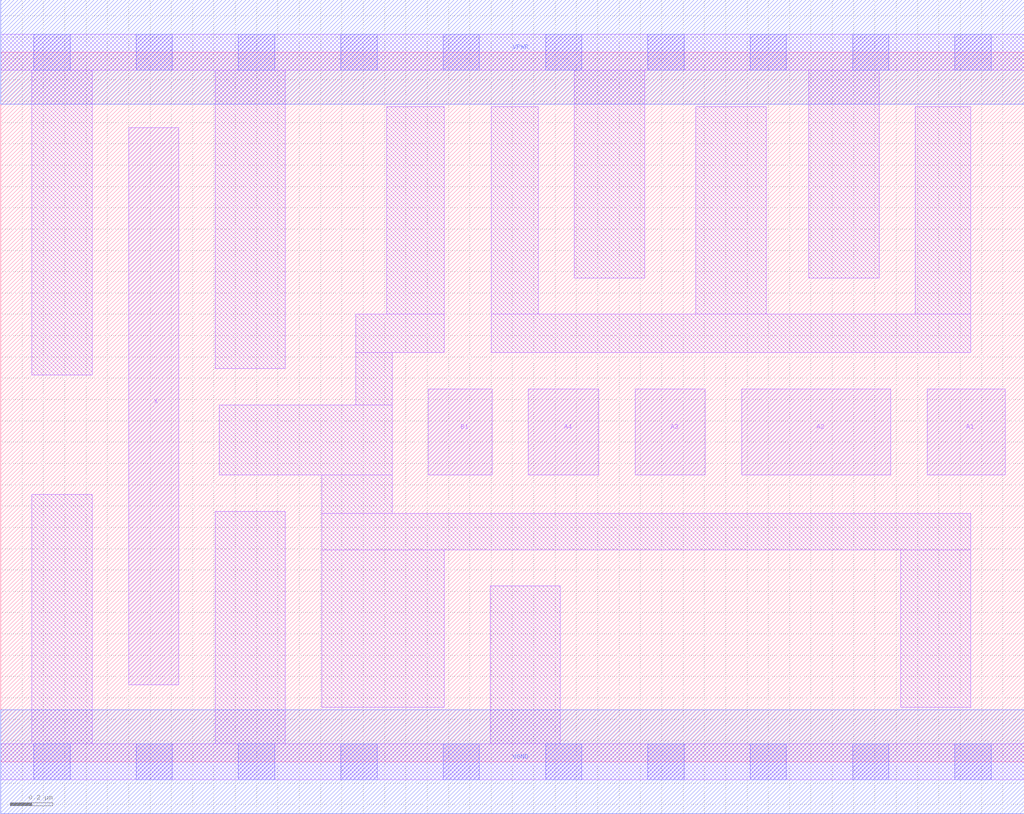
<source format=lef>
# Copyright 2020 The SkyWater PDK Authors
#
# Licensed under the Apache License, Version 2.0 (the "License");
# you may not use this file except in compliance with the License.
# You may obtain a copy of the License at
#
#     https://www.apache.org/licenses/LICENSE-2.0
#
# Unless required by applicable law or agreed to in writing, software
# distributed under the License is distributed on an "AS IS" BASIS,
# WITHOUT WARRANTIES OR CONDITIONS OF ANY KIND, either express or implied.
# See the License for the specific language governing permissions and
# limitations under the License.
#
# SPDX-License-Identifier: Apache-2.0

VERSION 5.7 ;
  NAMESCASESENSITIVE ON ;
  NOWIREEXTENSIONATPIN ON ;
  DIVIDERCHAR "/" ;
  BUSBITCHARS "[]" ;
UNITS
  DATABASE MICRONS 200 ;
END UNITS
MACRO sky130_fd_sc_lp__a41o_2
  CLASS CORE ;
  SOURCE USER ;
  FOREIGN sky130_fd_sc_lp__a41o_2 ;
  ORIGIN  0.000000  0.000000 ;
  SIZE  4.800000 BY  3.330000 ;
  SYMMETRY X Y R90 ;
  SITE unit ;
  PIN A1
    ANTENNAGATEAREA  0.315000 ;
    DIRECTION INPUT ;
    USE SIGNAL ;
    PORT
      LAYER li1 ;
        RECT 4.345000 1.345000 4.710000 1.750000 ;
    END
  END A1
  PIN A2
    ANTENNAGATEAREA  0.315000 ;
    DIRECTION INPUT ;
    USE SIGNAL ;
    PORT
      LAYER li1 ;
        RECT 3.475000 1.345000 4.175000 1.750000 ;
    END
  END A2
  PIN A3
    ANTENNAGATEAREA  0.315000 ;
    DIRECTION INPUT ;
    USE SIGNAL ;
    PORT
      LAYER li1 ;
        RECT 2.975000 1.345000 3.305000 1.750000 ;
    END
  END A3
  PIN A4
    ANTENNAGATEAREA  0.315000 ;
    DIRECTION INPUT ;
    USE SIGNAL ;
    PORT
      LAYER li1 ;
        RECT 2.475000 1.345000 2.805000 1.750000 ;
    END
  END A4
  PIN B1
    ANTENNAGATEAREA  0.315000 ;
    DIRECTION INPUT ;
    USE SIGNAL ;
    PORT
      LAYER li1 ;
        RECT 2.005000 1.345000 2.305000 1.750000 ;
    END
  END B1
  PIN X
    ANTENNADIFFAREA  0.588000 ;
    DIRECTION OUTPUT ;
    USE SIGNAL ;
    PORT
      LAYER li1 ;
        RECT 0.600000 0.360000 0.835000 2.975000 ;
    END
  END X
  PIN VGND
    DIRECTION INOUT ;
    USE GROUND ;
    PORT
      LAYER met1 ;
        RECT 0.000000 -0.245000 4.800000 0.245000 ;
    END
  END VGND
  PIN VPWR
    DIRECTION INOUT ;
    USE POWER ;
    PORT
      LAYER met1 ;
        RECT 0.000000 3.085000 4.800000 3.575000 ;
    END
  END VPWR
  OBS
    LAYER li1 ;
      RECT 0.000000 -0.085000 4.800000 0.085000 ;
      RECT 0.000000  3.245000 4.800000 3.415000 ;
      RECT 0.145000  0.085000 0.430000 1.255000 ;
      RECT 0.145000  1.815000 0.430000 3.245000 ;
      RECT 1.005000  0.085000 1.335000 1.175000 ;
      RECT 1.005000  1.845000 1.335000 3.245000 ;
      RECT 1.025000  1.345000 1.835000 1.675000 ;
      RECT 1.505000  0.255000 2.080000 0.995000 ;
      RECT 1.505000  0.995000 4.550000 1.165000 ;
      RECT 1.505000  1.165000 1.835000 1.345000 ;
      RECT 1.665000  1.675000 1.835000 1.920000 ;
      RECT 1.665000  1.920000 2.080000 2.100000 ;
      RECT 1.810000  2.100000 2.080000 3.075000 ;
      RECT 2.295000  0.085000 2.625000 0.825000 ;
      RECT 2.300000  1.920000 4.550000 2.100000 ;
      RECT 2.300000  2.100000 2.520000 3.075000 ;
      RECT 2.690000  2.270000 3.020000 3.245000 ;
      RECT 3.260000  2.100000 3.590000 3.075000 ;
      RECT 3.790000  2.270000 4.120000 3.245000 ;
      RECT 4.220000  0.255000 4.550000 0.995000 ;
      RECT 4.290000  2.100000 4.550000 3.075000 ;
    LAYER mcon ;
      RECT 0.155000 -0.085000 0.325000 0.085000 ;
      RECT 0.155000  3.245000 0.325000 3.415000 ;
      RECT 0.635000 -0.085000 0.805000 0.085000 ;
      RECT 0.635000  3.245000 0.805000 3.415000 ;
      RECT 1.115000 -0.085000 1.285000 0.085000 ;
      RECT 1.115000  3.245000 1.285000 3.415000 ;
      RECT 1.595000 -0.085000 1.765000 0.085000 ;
      RECT 1.595000  3.245000 1.765000 3.415000 ;
      RECT 2.075000 -0.085000 2.245000 0.085000 ;
      RECT 2.075000  3.245000 2.245000 3.415000 ;
      RECT 2.555000 -0.085000 2.725000 0.085000 ;
      RECT 2.555000  3.245000 2.725000 3.415000 ;
      RECT 3.035000 -0.085000 3.205000 0.085000 ;
      RECT 3.035000  3.245000 3.205000 3.415000 ;
      RECT 3.515000 -0.085000 3.685000 0.085000 ;
      RECT 3.515000  3.245000 3.685000 3.415000 ;
      RECT 3.995000 -0.085000 4.165000 0.085000 ;
      RECT 3.995000  3.245000 4.165000 3.415000 ;
      RECT 4.475000 -0.085000 4.645000 0.085000 ;
      RECT 4.475000  3.245000 4.645000 3.415000 ;
  END
END sky130_fd_sc_lp__a41o_2
END LIBRARY

</source>
